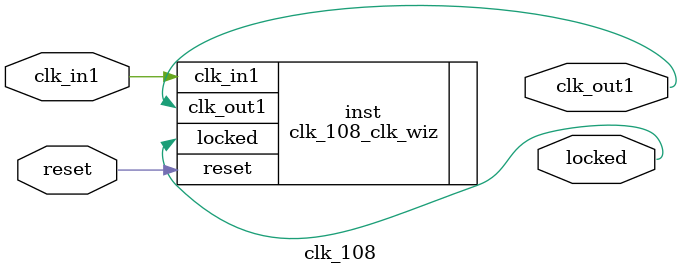
<source format=v>


`timescale 1ps/1ps

(* CORE_GENERATION_INFO = "clk_108,clk_wiz_v6_0_14_0_0,{component_name=clk_108,use_phase_alignment=true,use_min_o_jitter=false,use_max_i_jitter=false,use_dyn_phase_shift=false,use_inclk_switchover=false,use_dyn_reconfig=false,enable_axi=0,feedback_source=FDBK_AUTO,PRIMITIVE=MMCM,num_out_clk=1,clkin1_period=10.000,clkin2_period=10.000,use_power_down=false,use_reset=true,use_locked=true,use_inclk_stopped=false,feedback_type=SINGLE,CLOCK_MGR_TYPE=NA,manual_override=false}" *)

module clk_108 
 (
  // Clock out ports
  output        clk_out1,
  // Status and control signals
  input         reset,
  output        locked,
 // Clock in ports
  input         clk_in1
 );

  clk_108_clk_wiz inst
  (
  // Clock out ports  
  .clk_out1(clk_out1),
  // Status and control signals               
  .reset(reset), 
  .locked(locked),
 // Clock in ports
  .clk_in1(clk_in1)
  );

endmodule

</source>
